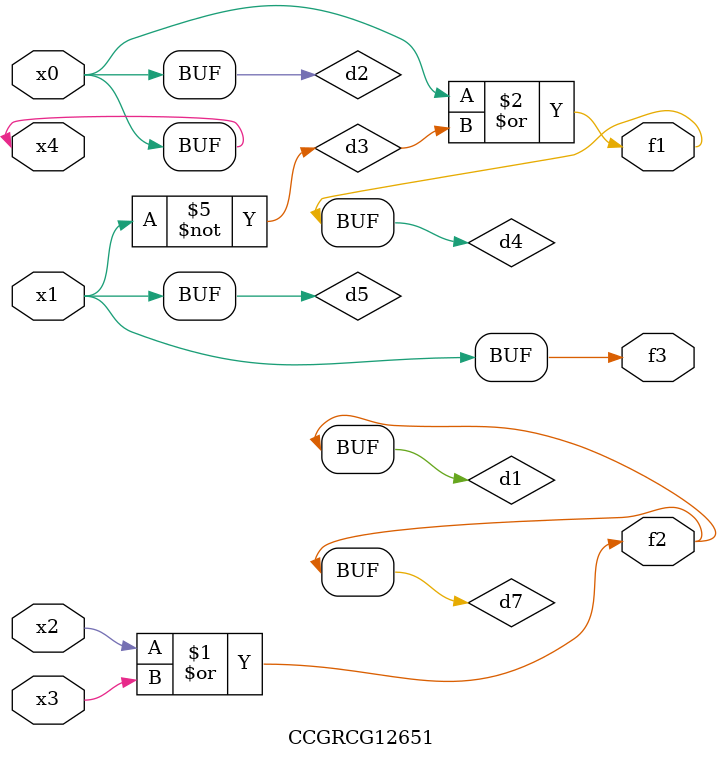
<source format=v>
module CCGRCG12651(
	input x0, x1, x2, x3, x4,
	output f1, f2, f3
);

	wire d1, d2, d3, d4, d5, d6, d7;

	or (d1, x2, x3);
	buf (d2, x0, x4);
	not (d3, x1);
	or (d4, d2, d3);
	not (d5, d3);
	nand (d6, d1, d3);
	or (d7, d1);
	assign f1 = d4;
	assign f2 = d7;
	assign f3 = d5;
endmodule

</source>
